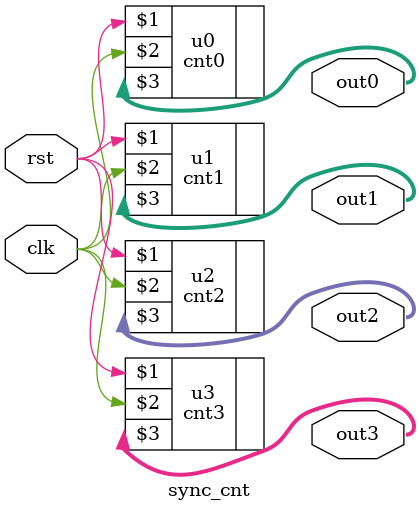
<source format=v>
module sync_cnt (
    rst, clk, out0, out1,out2,out3
);

input rst, clk;
output [3:0] out0, out1, out2, out3;

//counter 실시
cnt0 u0(rst, clk, out0);
cnt1 u1(rst, clk, out1);
cnt2 u2(rst, clk, out2);
cnt3 u3(rst, clk, out3);

endmodule
</source>
